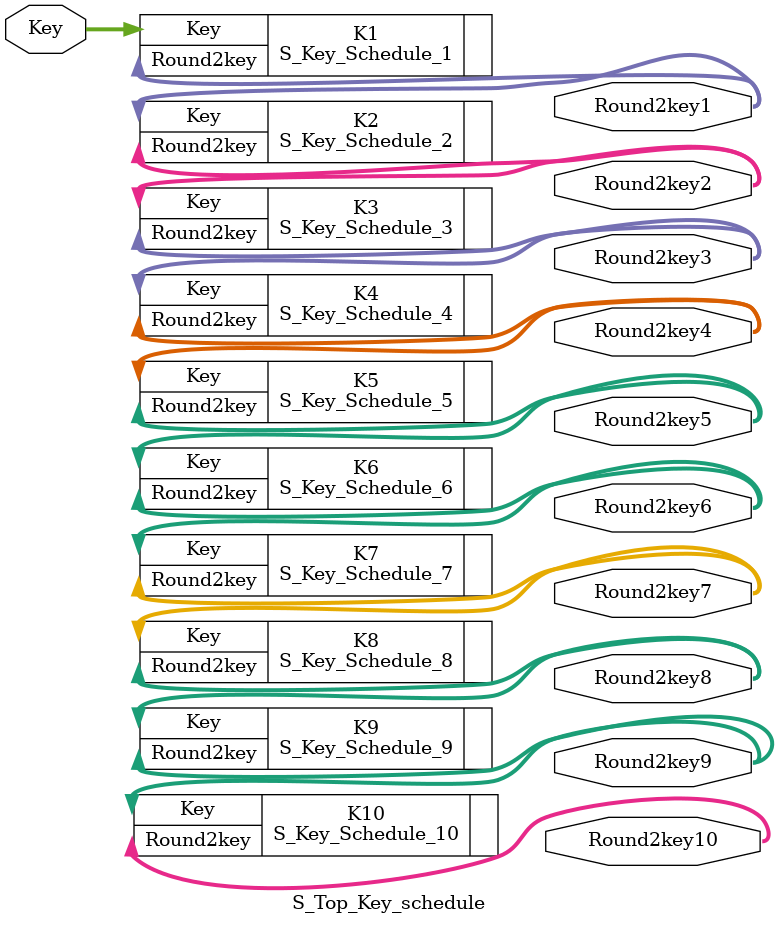
<source format=v>
module S_Top_Key_schedule(Key,Round2key1,Round2key2,Round2key3,Round2key4,Round2key5,Round2key6,Round2key7,Round2key8,Round2key9,Round2key10);
 
  input [127:0]Key;
  
  output [127:0] Round2key1,Round2key2,Round2key3,Round2key4,Round2key5,Round2key6,Round2key7,Round2key8,Round2key9,Round2key10;
  
S_Key_Schedule_1 K1 (
                      .Key(Key), 
                      .Round2key(Round2key1)
                     );


S_Key_Schedule_2 K2 (
                      .Key(Round2key1), 
                      .Round2key(Round2key2)
                     );

S_Key_Schedule_3 K3 (
                      .Key(Round2key2), 
                      .Round2key(Round2key3)
                      );


S_Key_Schedule_4 K4 (
                      .Key(Round2key3), 
                      .Round2key(Round2key4)
                     );


S_Key_Schedule_5 K5 (
                      .Key(Round2key4), 
                      .Round2key(Round2key5)
                     );


S_Key_Schedule_6 K6 (
                      .Key(Round2key5), 
                      .Round2key(Round2key6)
                     );


S_Key_Schedule_7 K7 (
                      .Key(Round2key6), 
                      .Round2key(Round2key7)
                     );
 

S_Key_Schedule_8 K8 (
                     .Key(Round2key7), 
                     .Round2key(Round2key8)
                    );


S_Key_Schedule_9 K9 (
                     .Key(Round2key8), 
                     .Round2key(Round2key9)
                     );


S_Key_Schedule_10 K10 (
                       .Key(Round2key9), 
                       .Round2key(Round2key10)
                      );

endmodule

</source>
